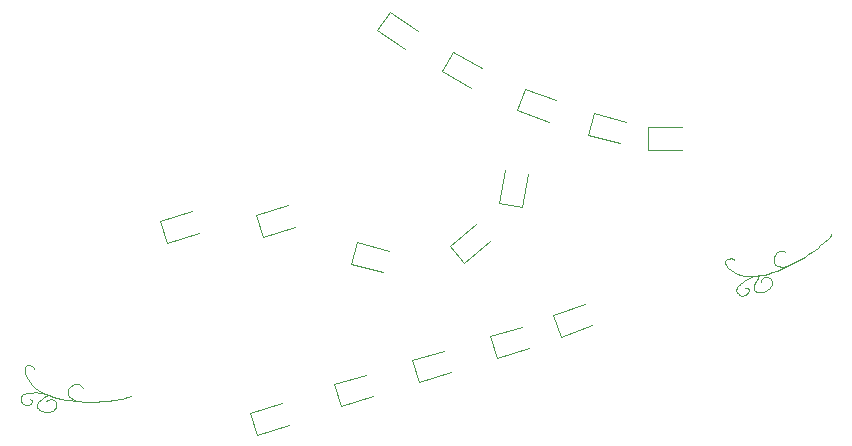
<source format=gbr>
%TF.GenerationSoftware,KiCad,Pcbnew,5.1.9-1.fc33*%
%TF.CreationDate,2021-01-27T11:43:12-03:00*%
%TF.ProjectId,santas_sequencer,73616e74-6173-45f7-9365-7175656e6365,rev?*%
%TF.SameCoordinates,Original*%
%TF.FileFunction,Legend,Top*%
%TF.FilePolarity,Positive*%
%FSLAX46Y46*%
G04 Gerber Fmt 4.6, Leading zero omitted, Abs format (unit mm)*
G04 Created by KiCad (PCBNEW 5.1.9-1.fc33) date 2021-01-27 11:43:12*
%MOMM*%
%LPD*%
G01*
G04 APERTURE LIST*
%ADD10C,0.050000*%
%ADD11C,0.120000*%
G04 APERTURE END LIST*
D10*
X104389547Y-125247377D02*
X104367356Y-125149170D01*
X104367356Y-125149170D02*
X104353541Y-125060463D01*
X104353541Y-125060463D02*
X104347552Y-124980881D01*
X104347552Y-124980881D02*
X104348840Y-124910049D01*
X104348840Y-124910049D02*
X104356855Y-124847591D01*
X104356855Y-124847591D02*
X104371046Y-124793133D01*
X104371046Y-124793133D02*
X104390864Y-124746297D01*
X104390864Y-124746297D02*
X104445184Y-124673996D01*
X104445184Y-124673996D02*
X104515415Y-124627686D01*
X104515415Y-124627686D02*
X104597160Y-124604363D01*
X104597160Y-124604363D02*
X104686021Y-124601025D01*
X104686021Y-124601025D02*
X104777599Y-124614670D01*
X104777599Y-124614670D02*
X104867498Y-124642295D01*
X104867498Y-124642295D02*
X104951320Y-124680897D01*
X104951320Y-124680897D02*
X105024665Y-124727473D01*
X105024665Y-124727473D02*
X105083137Y-124779020D01*
X105083137Y-124779020D02*
X105122337Y-124832537D01*
X105122337Y-124832537D02*
X105137868Y-124885021D01*
X105137868Y-124885021D02*
X105125331Y-124933468D01*
X105125331Y-124933468D02*
X105107164Y-124955240D01*
X108848386Y-127658568D02*
X108676986Y-127605427D01*
X108676986Y-127605427D02*
X108526787Y-127546629D01*
X108526787Y-127546629D02*
X108396853Y-127482855D01*
X108396853Y-127482855D02*
X108286247Y-127414785D01*
X108286247Y-127414785D02*
X108194033Y-127343099D01*
X108194033Y-127343099D02*
X108119275Y-127268478D01*
X108119275Y-127268478D02*
X108061038Y-127191602D01*
X108061038Y-127191602D02*
X108018384Y-127113152D01*
X108018384Y-127113152D02*
X107990378Y-127033809D01*
X107990378Y-127033809D02*
X107976084Y-126954252D01*
X107976084Y-126954252D02*
X107974565Y-126875162D01*
X107974565Y-126875162D02*
X107984886Y-126797219D01*
X107984886Y-126797219D02*
X108006110Y-126721104D01*
X108006110Y-126721104D02*
X108037301Y-126647498D01*
X108037301Y-126647498D02*
X108077523Y-126577080D01*
X108077523Y-126577080D02*
X108125840Y-126510532D01*
X108125840Y-126510532D02*
X108181316Y-126448533D01*
X108181316Y-126448533D02*
X108243015Y-126391765D01*
X108243015Y-126391765D02*
X108310000Y-126340907D01*
X108310000Y-126340907D02*
X108381336Y-126296640D01*
X108381336Y-126296640D02*
X108456086Y-126259644D01*
X108456086Y-126259644D02*
X108533314Y-126230601D01*
X108533314Y-126230601D02*
X108612085Y-126210189D01*
X108612085Y-126210189D02*
X108691461Y-126199091D01*
X108691461Y-126199091D02*
X108770508Y-126197985D01*
X108770508Y-126197985D02*
X108848288Y-126207553D01*
X108848288Y-126207553D02*
X108923865Y-126228475D01*
X108923865Y-126228475D02*
X108996305Y-126261432D01*
X108996305Y-126261432D02*
X109064669Y-126307103D01*
X109064669Y-126307103D02*
X109128023Y-126366170D01*
X109128023Y-126366170D02*
X109185430Y-126439313D01*
X109185430Y-126439313D02*
X109235955Y-126527212D01*
X105889648Y-126939535D02*
X105788689Y-126935254D01*
X105788689Y-126935254D02*
X105687826Y-126931288D01*
X105687826Y-126931288D02*
X105587332Y-126927789D01*
X105587332Y-126927789D02*
X105487480Y-126924911D01*
X105487480Y-126924911D02*
X105388541Y-126922806D01*
X105388541Y-126922806D02*
X105290789Y-126921627D01*
X105290789Y-126921627D02*
X105194498Y-126921527D01*
X105194498Y-126921527D02*
X105099938Y-126922659D01*
X105099938Y-126922659D02*
X105007384Y-126925175D01*
X105007384Y-126925175D02*
X104917108Y-126929229D01*
X104917108Y-126929229D02*
X104829383Y-126934973D01*
X104829383Y-126934973D02*
X104744482Y-126942560D01*
X104744482Y-126942560D02*
X104662677Y-126952143D01*
X104662677Y-126952143D02*
X104584242Y-126963875D01*
X104584242Y-126963875D02*
X104509448Y-126977909D01*
X104509448Y-126977909D02*
X104438570Y-126994397D01*
X104438570Y-126994397D02*
X104371879Y-127013492D01*
X104371879Y-127013492D02*
X104309648Y-127035348D01*
X104309648Y-127035348D02*
X104252151Y-127060117D01*
X104252151Y-127060117D02*
X104199659Y-127087952D01*
X104199659Y-127087952D02*
X104152447Y-127119005D01*
X104152447Y-127119005D02*
X104110786Y-127153430D01*
X104110786Y-127153430D02*
X104074950Y-127191379D01*
X104074950Y-127191379D02*
X104045210Y-127233006D01*
X104045210Y-127233006D02*
X104021841Y-127278463D01*
X104021841Y-127278463D02*
X104005114Y-127327903D01*
X104005114Y-127327903D02*
X103995303Y-127381479D01*
X103995303Y-127381479D02*
X103992681Y-127439343D01*
X103992681Y-127439343D02*
X103997519Y-127501649D01*
X103997519Y-127501649D02*
X104010092Y-127568549D01*
X104010092Y-127568549D02*
X104030671Y-127640197D01*
X104030671Y-127640197D02*
X104059530Y-127716745D01*
X106338196Y-127140617D02*
X106138014Y-127239781D01*
X106138014Y-127239781D02*
X105963824Y-127337063D01*
X105963824Y-127337063D02*
X105814435Y-127432244D01*
X105814435Y-127432244D02*
X105688654Y-127525104D01*
X105688654Y-127525104D02*
X105585290Y-127615425D01*
X105585290Y-127615425D02*
X105503152Y-127702988D01*
X105503152Y-127702988D02*
X105441047Y-127787574D01*
X105441047Y-127787574D02*
X105397785Y-127868965D01*
X105397785Y-127868965D02*
X105372173Y-127946942D01*
X105372173Y-127946942D02*
X105363020Y-128021286D01*
X105363020Y-128021286D02*
X105369133Y-128091779D01*
X105369133Y-128091779D02*
X105389323Y-128158200D01*
X105389323Y-128158200D02*
X105422396Y-128220333D01*
X105422396Y-128220333D02*
X105467161Y-128277958D01*
X105467161Y-128277958D02*
X105522426Y-128330855D01*
X105522426Y-128330855D02*
X105587001Y-128378808D01*
X105587001Y-128378808D02*
X105659692Y-128421596D01*
X105659692Y-128421596D02*
X105739309Y-128459000D01*
X105739309Y-128459000D02*
X105824660Y-128490803D01*
X105824660Y-128490803D02*
X105914553Y-128516786D01*
X105914553Y-128516786D02*
X106007796Y-128536729D01*
X106007796Y-128536729D02*
X106103199Y-128550414D01*
X106103199Y-128550414D02*
X106199568Y-128557622D01*
X106199568Y-128557622D02*
X106295713Y-128558134D01*
X106295713Y-128558134D02*
X106390442Y-128551732D01*
X106390442Y-128551732D02*
X106482563Y-128538197D01*
X106482563Y-128538197D02*
X106570885Y-128517309D01*
X106570885Y-128517309D02*
X106654216Y-128488851D01*
X106654216Y-128488851D02*
X106731364Y-128452603D01*
X106731364Y-128452603D02*
X106801137Y-128408347D01*
X106801137Y-128408347D02*
X106862345Y-128355864D01*
X106862345Y-128355864D02*
X106913795Y-128294936D01*
X106913795Y-128294936D02*
X106946438Y-128244728D01*
X106946438Y-128244728D02*
X106973415Y-128194649D01*
X106973415Y-128194649D02*
X106994932Y-128144882D01*
X106994932Y-128144882D02*
X107011196Y-128095606D01*
X107011196Y-128095606D02*
X107028794Y-127999257D01*
X107028794Y-127999257D02*
X107027866Y-127907051D01*
X107027866Y-127907051D02*
X107010066Y-127820438D01*
X107010066Y-127820438D02*
X106977053Y-127740868D01*
X106977053Y-127740868D02*
X106930481Y-127669792D01*
X106930481Y-127669792D02*
X106872008Y-127608659D01*
X106872008Y-127608659D02*
X106803289Y-127558919D01*
X106803289Y-127558919D02*
X106725980Y-127522022D01*
X106725980Y-127522022D02*
X106641739Y-127499419D01*
X106641739Y-127499419D02*
X106552220Y-127492559D01*
X106552220Y-127492559D02*
X106459081Y-127502892D01*
X106459081Y-127502892D02*
X106363977Y-127531868D01*
X106363977Y-127531868D02*
X106316206Y-127553801D01*
X106316206Y-127553801D02*
X106268565Y-127580938D01*
X106268565Y-127580938D02*
X106221261Y-127613461D01*
X106221261Y-127613461D02*
X106174502Y-127651551D01*
X104059530Y-127716745D02*
X104085159Y-127768399D01*
X104085159Y-127768399D02*
X104115642Y-127813501D01*
X104115642Y-127813501D02*
X104150473Y-127852330D01*
X104150473Y-127852330D02*
X104189145Y-127885165D01*
X104189145Y-127885165D02*
X104275980Y-127933970D01*
X104275980Y-127933970D02*
X104372091Y-127962149D01*
X104372091Y-127962149D02*
X104422357Y-127969201D01*
X104422357Y-127969201D02*
X104473420Y-127971934D01*
X104473420Y-127971934D02*
X104524774Y-127970627D01*
X104524774Y-127970627D02*
X104575912Y-127965558D01*
X104575912Y-127965558D02*
X104626325Y-127957007D01*
X104626325Y-127957007D02*
X104675507Y-127945254D01*
X104675507Y-127945254D02*
X104768150Y-127913254D01*
X104768150Y-127913254D02*
X104849783Y-127871791D01*
X104849783Y-127871791D02*
X104916349Y-127823098D01*
X104916349Y-127823098D02*
X104963791Y-127769408D01*
X104963791Y-127769408D02*
X104988051Y-127712953D01*
X104988051Y-127712953D02*
X104985074Y-127655967D01*
X104985074Y-127655967D02*
X104950802Y-127600681D01*
X104950802Y-127600681D02*
X104881177Y-127549328D01*
X104881177Y-127549328D02*
X104831839Y-127525825D01*
X104831839Y-127525825D02*
X104772143Y-127504143D01*
X113375931Y-127187338D02*
X113292579Y-127239007D01*
X113292579Y-127239007D02*
X113172025Y-127291587D01*
X113172025Y-127291587D02*
X113016716Y-127344263D01*
X113016716Y-127344263D02*
X112829097Y-127396219D01*
X112829097Y-127396219D02*
X112611616Y-127446639D01*
X112611616Y-127446639D02*
X112366717Y-127494709D01*
X112366717Y-127494709D02*
X112096847Y-127539611D01*
X112096847Y-127539611D02*
X111804452Y-127580532D01*
X111804452Y-127580532D02*
X111491979Y-127616654D01*
X111491979Y-127616654D02*
X111161873Y-127647163D01*
X111161873Y-127647163D02*
X110816581Y-127671243D01*
X110816581Y-127671243D02*
X110458549Y-127688078D01*
X110458549Y-127688078D02*
X110090223Y-127696852D01*
X110090223Y-127696852D02*
X109714048Y-127696751D01*
X109714048Y-127696751D02*
X109332473Y-127686959D01*
X109332473Y-127686959D02*
X108947941Y-127666659D01*
X108947941Y-127666659D02*
X108562900Y-127635037D01*
X108562900Y-127635037D02*
X108179796Y-127591276D01*
X108179796Y-127591276D02*
X107801075Y-127534561D01*
X107801075Y-127534561D02*
X107429183Y-127464077D01*
X107429183Y-127464077D02*
X107066567Y-127379008D01*
X107066567Y-127379008D02*
X106715671Y-127278539D01*
X106715671Y-127278539D02*
X106378943Y-127161853D01*
X106378943Y-127161853D02*
X106058829Y-127028135D01*
X106058829Y-127028135D02*
X105757775Y-126876570D01*
X105757775Y-126876570D02*
X105478226Y-126706342D01*
X105478226Y-126706342D02*
X105222630Y-126516635D01*
X105222630Y-126516635D02*
X104993432Y-126306634D01*
X104993432Y-126306634D02*
X104793079Y-126075524D01*
X104793079Y-126075524D02*
X104624016Y-125822487D01*
X104624016Y-125822487D02*
X104488690Y-125546710D01*
X104488690Y-125546710D02*
X104389547Y-125247377D01*
X163895745Y-116341534D02*
X163827423Y-116267579D01*
X163827423Y-116267579D02*
X163771106Y-116197664D01*
X163771106Y-116197664D02*
X163726129Y-116131739D01*
X163726129Y-116131739D02*
X163691828Y-116069753D01*
X163691828Y-116069753D02*
X163667540Y-116011656D01*
X163667540Y-116011656D02*
X163652601Y-115957397D01*
X163652601Y-115957397D02*
X163646346Y-115906928D01*
X163646346Y-115906928D02*
X163657238Y-115817154D01*
X163657238Y-115817154D02*
X163694904Y-115741932D01*
X163694904Y-115741932D02*
X163754036Y-115680861D01*
X163754036Y-115680861D02*
X163829323Y-115633541D01*
X163829323Y-115633541D02*
X163915456Y-115599568D01*
X163915456Y-115599568D02*
X164007123Y-115578542D01*
X164007123Y-115578542D02*
X164099015Y-115570061D01*
X164099015Y-115570061D02*
X164185822Y-115573725D01*
X164185822Y-115573725D02*
X164262234Y-115589130D01*
X164262234Y-115589130D02*
X164322941Y-115615877D01*
X164322941Y-115615877D02*
X164362633Y-115653563D01*
X164362633Y-115653563D02*
X164376000Y-115701788D01*
X164376000Y-115701788D02*
X164371152Y-115729727D01*
X168962809Y-116200267D02*
X168787802Y-116239945D01*
X168787802Y-116239945D02*
X168628327Y-116264124D01*
X168628327Y-116264124D02*
X168483913Y-116273861D01*
X168483913Y-116273861D02*
X168354091Y-116270214D01*
X168354091Y-116270214D02*
X168238389Y-116254239D01*
X168238389Y-116254239D02*
X168136336Y-116226994D01*
X168136336Y-116226994D02*
X168047463Y-116189537D01*
X168047463Y-116189537D02*
X167971299Y-116142924D01*
X167971299Y-116142924D02*
X167907373Y-116088213D01*
X167907373Y-116088213D02*
X167855216Y-116026462D01*
X167855216Y-116026462D02*
X167814355Y-115958728D01*
X167814355Y-115958728D02*
X167784322Y-115886067D01*
X167784322Y-115886067D02*
X167764645Y-115809538D01*
X167764645Y-115809538D02*
X167754854Y-115730197D01*
X167754854Y-115730197D02*
X167754479Y-115649103D01*
X167754479Y-115649103D02*
X167763049Y-115567312D01*
X167763049Y-115567312D02*
X167780093Y-115485882D01*
X167780093Y-115485882D02*
X167805142Y-115405869D01*
X167805142Y-115405869D02*
X167837724Y-115328332D01*
X167837724Y-115328332D02*
X167877369Y-115254328D01*
X167877369Y-115254328D02*
X167923606Y-115184914D01*
X167923606Y-115184914D02*
X167975966Y-115121147D01*
X167975966Y-115121147D02*
X168033977Y-115064085D01*
X168033977Y-115064085D02*
X168097170Y-115014785D01*
X168097170Y-115014785D02*
X168165073Y-114974305D01*
X168165073Y-114974305D02*
X168237217Y-114943701D01*
X168237217Y-114943701D02*
X168313130Y-114924031D01*
X168313130Y-114924031D02*
X168392342Y-114916353D01*
X168392342Y-114916353D02*
X168474384Y-114921723D01*
X168474384Y-114921723D02*
X168558783Y-114941199D01*
X168558783Y-114941199D02*
X168645070Y-114975839D01*
X168645070Y-114975839D02*
X168732775Y-115026700D01*
X166040951Y-117056936D02*
X165951378Y-117103708D01*
X165951378Y-117103708D02*
X165862045Y-117150704D01*
X165862045Y-117150704D02*
X165773265Y-117197922D01*
X165773265Y-117197922D02*
X165685351Y-117245355D01*
X165685351Y-117245355D02*
X165598616Y-117293002D01*
X165598616Y-117293002D02*
X165513371Y-117340856D01*
X165513371Y-117340856D02*
X165429929Y-117388916D01*
X165429929Y-117388916D02*
X165348605Y-117437176D01*
X165348605Y-117437176D02*
X165269709Y-117485632D01*
X165269709Y-117485632D02*
X165193554Y-117534280D01*
X165193554Y-117534280D02*
X165120454Y-117583117D01*
X165120454Y-117583117D02*
X165050721Y-117632139D01*
X165050721Y-117632139D02*
X164984668Y-117681340D01*
X164984668Y-117681340D02*
X164922606Y-117730718D01*
X164922606Y-117730718D02*
X164864850Y-117780268D01*
X164864850Y-117780268D02*
X164811712Y-117829987D01*
X164811712Y-117829987D02*
X164763503Y-117879869D01*
X164763503Y-117879869D02*
X164720538Y-117929912D01*
X164720538Y-117929912D02*
X164683128Y-117980111D01*
X164683128Y-117980111D02*
X164651587Y-118030462D01*
X164651587Y-118030462D02*
X164626226Y-118080961D01*
X164626226Y-118080961D02*
X164607359Y-118131605D01*
X164607359Y-118131605D02*
X164595299Y-118182388D01*
X164595299Y-118182388D02*
X164590357Y-118233308D01*
X164590357Y-118233308D02*
X164592847Y-118284359D01*
X164592847Y-118284359D02*
X164603081Y-118335539D01*
X164603081Y-118335539D02*
X164621372Y-118386842D01*
X164621372Y-118386842D02*
X164648033Y-118438265D01*
X164648033Y-118438265D02*
X164683377Y-118489805D01*
X164683377Y-118489805D02*
X164727715Y-118541456D01*
X164727715Y-118541456D02*
X164781360Y-118593215D01*
X164781360Y-118593215D02*
X164844627Y-118645078D01*
X166529945Y-117006804D02*
X166406164Y-117192774D01*
X166406164Y-117192774D02*
X166303953Y-117364117D01*
X166303953Y-117364117D02*
X166222168Y-117521240D01*
X166222168Y-117521240D02*
X166159669Y-117664550D01*
X166159669Y-117664550D02*
X166115314Y-117794452D01*
X166115314Y-117794452D02*
X166087962Y-117911353D01*
X166087962Y-117911353D02*
X166076471Y-118015659D01*
X166076471Y-118015659D02*
X166079700Y-118107777D01*
X166079700Y-118107777D02*
X166096508Y-118188113D01*
X166096508Y-118188113D02*
X166125753Y-118257074D01*
X166125753Y-118257074D02*
X166166294Y-118315065D01*
X166166294Y-118315065D02*
X166216989Y-118362493D01*
X166216989Y-118362493D02*
X166276697Y-118399765D01*
X166276697Y-118399765D02*
X166344277Y-118427287D01*
X166344277Y-118427287D02*
X166418588Y-118445465D01*
X166418588Y-118445465D02*
X166498487Y-118454706D01*
X166498487Y-118454706D02*
X166582833Y-118455415D01*
X166582833Y-118455415D02*
X166670486Y-118448000D01*
X166670486Y-118448000D02*
X166760304Y-118432867D01*
X166760304Y-118432867D02*
X166851145Y-118410422D01*
X166851145Y-118410422D02*
X166941867Y-118381072D01*
X166941867Y-118381072D02*
X167031331Y-118345222D01*
X167031331Y-118345222D02*
X167118393Y-118303279D01*
X167118393Y-118303279D02*
X167201913Y-118255650D01*
X167201913Y-118255650D02*
X167280750Y-118202741D01*
X167280750Y-118202741D02*
X167353761Y-118144959D01*
X167353761Y-118144959D02*
X167419806Y-118082709D01*
X167419806Y-118082709D02*
X167477744Y-118016398D01*
X167477744Y-118016398D02*
X167526432Y-117946432D01*
X167526432Y-117946432D02*
X167564730Y-117873219D01*
X167564730Y-117873219D02*
X167591495Y-117797163D01*
X167591495Y-117797163D02*
X167605588Y-117718673D01*
X167605588Y-117718673D02*
X167608754Y-117658869D01*
X167608754Y-117658869D02*
X167607077Y-117602012D01*
X167607077Y-117602012D02*
X167600828Y-117548154D01*
X167600828Y-117548154D02*
X167590275Y-117497348D01*
X167590275Y-117497348D02*
X167557341Y-117405108D01*
X167557341Y-117405108D02*
X167510434Y-117325719D01*
X167510434Y-117325719D02*
X167451713Y-117259610D01*
X167451713Y-117259610D02*
X167383337Y-117207208D01*
X167383337Y-117207208D02*
X167307467Y-117168940D01*
X167307467Y-117168940D02*
X167226261Y-117145234D01*
X167226261Y-117145234D02*
X167141879Y-117136517D01*
X167141879Y-117136517D02*
X167056479Y-117143218D01*
X167056479Y-117143218D02*
X166972222Y-117165764D01*
X166972222Y-117165764D02*
X166891267Y-117204582D01*
X166891267Y-117204582D02*
X166815772Y-117260101D01*
X166815772Y-117260101D02*
X166747898Y-117332747D01*
X166747898Y-117332747D02*
X166717494Y-117375626D01*
X166717494Y-117375626D02*
X166689804Y-117422948D01*
X166689804Y-117422948D02*
X166665099Y-117474766D01*
X166665099Y-117474766D02*
X166643649Y-117531133D01*
X164844627Y-118645078D02*
X164892649Y-118676997D01*
X164892649Y-118676997D02*
X164941600Y-118700815D01*
X164941600Y-118700815D02*
X164991179Y-118717027D01*
X164991179Y-118717027D02*
X165041087Y-118726127D01*
X165041087Y-118726127D02*
X165140691Y-118724976D01*
X165140691Y-118724976D02*
X165238015Y-118701324D01*
X165238015Y-118701324D02*
X165285073Y-118682299D01*
X165285073Y-118682299D02*
X165330661Y-118659134D01*
X165330661Y-118659134D02*
X165374481Y-118632324D01*
X165374481Y-118632324D02*
X165416233Y-118602366D01*
X165416233Y-118602366D02*
X165455617Y-118569755D01*
X165455617Y-118569755D02*
X165492333Y-118534984D01*
X165492333Y-118534984D02*
X165556564Y-118460950D01*
X165556564Y-118460950D02*
X165606529Y-118384226D01*
X165606529Y-118384226D02*
X165639830Y-118308774D01*
X165639830Y-118308774D02*
X165654071Y-118238556D01*
X165654071Y-118238556D02*
X165646854Y-118177534D01*
X165646854Y-118177534D02*
X165615782Y-118129670D01*
X165615782Y-118129670D02*
X165558458Y-118098928D01*
X165558458Y-118098928D02*
X165472485Y-118089268D01*
X165472485Y-118089268D02*
X165418006Y-118093582D01*
X165418006Y-118093582D02*
X165355466Y-118104653D01*
X172648163Y-113528398D02*
X172601812Y-113614820D01*
X172601812Y-113614820D02*
X172523700Y-113720633D01*
X172523700Y-113720633D02*
X172415536Y-113843906D01*
X172415536Y-113843906D02*
X172279032Y-113982711D01*
X172279032Y-113982711D02*
X172115897Y-114135117D01*
X172115897Y-114135117D02*
X171927843Y-114299196D01*
X171927843Y-114299196D02*
X171716581Y-114473017D01*
X171716581Y-114473017D02*
X171483820Y-114654653D01*
X171483820Y-114654653D02*
X171231271Y-114842172D01*
X171231271Y-114842172D02*
X170960645Y-115033646D01*
X170960645Y-115033646D02*
X170673654Y-115227146D01*
X170673654Y-115227146D02*
X170372006Y-115420742D01*
X170372006Y-115420742D02*
X170057414Y-115612504D01*
X170057414Y-115612504D02*
X169731587Y-115800503D01*
X169731587Y-115800503D02*
X169396236Y-115982811D01*
X169396236Y-115982811D02*
X169053072Y-116157496D01*
X169053072Y-116157496D02*
X168703806Y-116322631D01*
X168703806Y-116322631D02*
X168350148Y-116476285D01*
X168350148Y-116476285D02*
X167993808Y-116616529D01*
X167993808Y-116616529D02*
X167636498Y-116741434D01*
X167636498Y-116741434D02*
X167279928Y-116849071D01*
X167279928Y-116849071D02*
X166925809Y-116937509D01*
X166925809Y-116937509D02*
X166575851Y-117004820D01*
X166575851Y-117004820D02*
X166231765Y-117049075D01*
X166231765Y-117049075D02*
X165895262Y-117068343D01*
X165895262Y-117068343D02*
X165568052Y-117060695D01*
X165568052Y-117060695D02*
X165251846Y-117024202D01*
X165251846Y-117024202D02*
X164948354Y-116956935D01*
X164948354Y-116956935D02*
X164659287Y-116856964D01*
X164659287Y-116856964D02*
X164386356Y-116722359D01*
X164386356Y-116722359D02*
X164131272Y-116551193D01*
X164131272Y-116551193D02*
X163895745Y-116341534D01*
D11*
X157144000Y-106370000D02*
X160004000Y-106370000D01*
X157144000Y-104450000D02*
X157144000Y-106370000D01*
X160004000Y-104450000D02*
X157144000Y-104450000D01*
X152005912Y-105093885D02*
X154768460Y-105834108D01*
X152502844Y-103239308D02*
X152005912Y-105093885D01*
X155265392Y-103979530D02*
X152502844Y-103239308D01*
X146005832Y-103008947D02*
X148693353Y-103987125D01*
X146662511Y-101204738D02*
X146005832Y-103008947D01*
X149350032Y-102182915D02*
X146662511Y-101204738D01*
X139641193Y-99723384D02*
X142118025Y-101153384D01*
X140601193Y-98060616D02*
X139641193Y-99723384D01*
X143078025Y-99490616D02*
X140601193Y-98060616D01*
X134196744Y-96239534D02*
X136539519Y-97879962D01*
X135298011Y-94666762D02*
X134196744Y-96239534D01*
X137640785Y-96307190D02*
X135298011Y-94666762D01*
X146418430Y-111218445D02*
X146915064Y-108401894D01*
X144527599Y-110885040D02*
X146418430Y-111218445D01*
X145024233Y-108068490D02*
X144527599Y-110885040D01*
X149710511Y-122188262D02*
X152398032Y-121210085D01*
X149053832Y-120384053D02*
X149710511Y-122188262D01*
X151741353Y-119405875D02*
X149053832Y-120384053D01*
X141559233Y-115976988D02*
X143750121Y-114138615D01*
X140325081Y-114506182D02*
X141559233Y-115976988D01*
X142515968Y-112667810D02*
X140325081Y-114506182D01*
X144297950Y-124016864D02*
X147032982Y-123180681D01*
X143736596Y-122180759D02*
X144297950Y-124016864D01*
X146471628Y-121344576D02*
X143736596Y-122180759D01*
X131939912Y-116015885D02*
X134702460Y-116756108D01*
X132436844Y-114161308D02*
X131939912Y-116015885D01*
X135199392Y-114901530D02*
X132436844Y-114161308D01*
X137693950Y-126048864D02*
X140428982Y-125212681D01*
X137132596Y-124212759D02*
X137693950Y-126048864D01*
X139867628Y-123376576D02*
X137132596Y-124212759D01*
X124485950Y-113729864D02*
X127220982Y-112893681D01*
X123924596Y-111893759D02*
X124485950Y-113729864D01*
X126659628Y-111057576D02*
X123924596Y-111893759D01*
X131089950Y-128080864D02*
X133824982Y-127244681D01*
X130528596Y-126244759D02*
X131089950Y-128080864D01*
X133263628Y-125408576D02*
X130528596Y-126244759D01*
X116357950Y-114237864D02*
X119092982Y-113401681D01*
X115796596Y-112401759D02*
X116357950Y-114237864D01*
X118531628Y-111565576D02*
X115796596Y-112401759D01*
X123977950Y-130493864D02*
X126712982Y-129657681D01*
X123416596Y-128657759D02*
X123977950Y-130493864D01*
X126151628Y-127821576D02*
X123416596Y-128657759D01*
M02*

</source>
